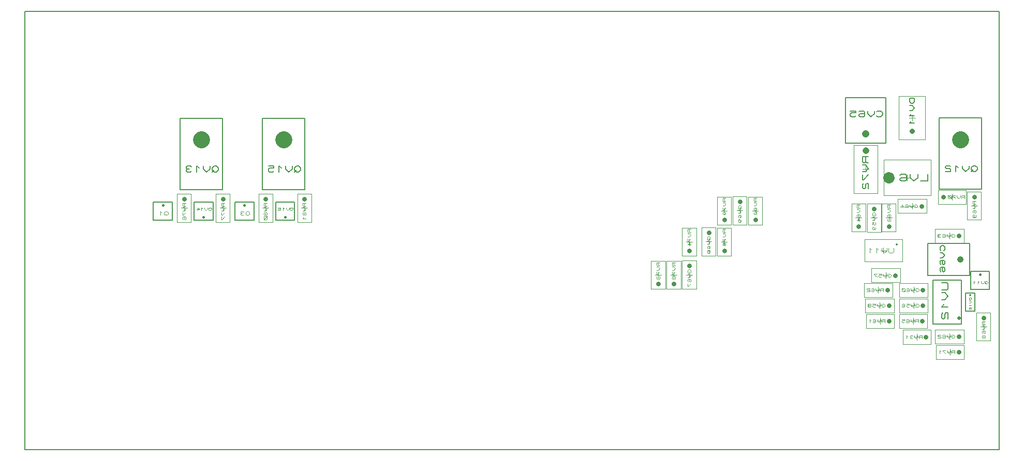
<source format=gbr>
G04 PROTEUS RS274X GERBER FILE*
%FSLAX45Y45*%
%MOMM*%
G01*
%ADD41C,0.203200*%
%ADD105C,0.406400*%
%ADD121C,0.072390*%
%ADD97C,2.794000*%
%ADD112C,0.157050*%
%ADD84C,0.050000*%
%ADD91C,0.843280*%
%ADD122C,0.130000*%
%ADD103C,0.355600*%
%ADD115C,0.057150*%
%ADD85C,1.828800*%
%ADD86C,0.184350*%
%ADD93C,1.219200*%
%ADD111C,0.158110*%
%ADD107C,0.342900*%
%ADD123C,0.122500*%
%ADD99C,0.571500*%
%ADD114C,0.175890*%
%ADD95C,1.120140*%
%ADD11C,1.016000*%
%ADD113C,0.127000*%
%ADD89C,0.721360*%
%ADD110C,0.082770*%
%ADD109C,0.080270*%
%ADD106C,0.096520*%
D41*
X-7429500Y-4254500D02*
X+8509000Y-4254500D01*
X+8509000Y+2921000D01*
X-7429500Y+2921000D01*
X-7429500Y-4254500D01*
X+8041640Y-1630680D02*
X+8351520Y-1630680D01*
X+8351520Y-1338580D01*
X+8041640Y-1338580D01*
X+8041640Y-1630680D01*
D105*
X+8196580Y-1389380D02*
X+8196580Y-1389380D01*
D121*
X+8326882Y-1512951D02*
X+8310595Y-1498473D01*
X+8294307Y-1498473D01*
X+8278019Y-1512951D01*
X+8278019Y-1527429D01*
X+8294307Y-1541907D01*
X+8310595Y-1541907D01*
X+8326882Y-1527429D01*
X+8326882Y-1512951D01*
X+8294307Y-1527429D02*
X+8278019Y-1541907D01*
X+8261731Y-1498473D02*
X+8261731Y-1520190D01*
X+8237300Y-1541907D01*
X+8212868Y-1520190D01*
X+8212868Y-1498473D01*
X+8180293Y-1512951D02*
X+8164005Y-1498473D01*
X+8164005Y-1541907D01*
X+8115142Y-1512951D02*
X+8098854Y-1498473D01*
X+8098854Y-1541907D01*
D41*
X+7524750Y+7620D02*
X+8223250Y+7620D01*
X+8223250Y+1174750D01*
X+7524750Y+1174750D01*
X+7524750Y+7620D01*
D97*
X+7874000Y+825500D02*
X+7874000Y+825500D01*
D112*
X+8156702Y+362416D02*
X+8121365Y+393827D01*
X+8086027Y+393827D01*
X+8050689Y+362416D01*
X+8050689Y+331004D01*
X+8086027Y+299593D01*
X+8121365Y+299593D01*
X+8156702Y+331004D01*
X+8156702Y+362416D01*
X+8086027Y+331004D02*
X+8050689Y+299593D01*
X+8015351Y+393827D02*
X+8015351Y+346710D01*
X+7962345Y+299593D01*
X+7909338Y+346710D01*
X+7909338Y+393827D01*
X+7838663Y+362416D02*
X+7803325Y+393827D01*
X+7803325Y+299593D01*
X+7714981Y+378121D02*
X+7697312Y+393827D01*
X+7644305Y+393827D01*
X+7626636Y+378121D01*
X+7626636Y+362416D01*
X+7644305Y+346710D01*
X+7697312Y+346710D01*
X+7714981Y+331004D01*
X+7714981Y+299593D01*
X+7626636Y+299593D01*
D84*
X+6871600Y+824620D02*
X+6871600Y+1534620D01*
X+7301600Y+1534620D01*
X+7301600Y+824620D01*
X+6871600Y+824620D01*
X+7136600Y+1179620D02*
X+7036600Y+1179620D01*
X+7086600Y+1229620D02*
X+7086600Y+1129620D01*
D91*
X+7086600Y+954620D02*
X+7086600Y+954620D01*
D122*
X+7125602Y+1500958D02*
X+7047599Y+1500958D01*
X+7047599Y+1442457D01*
X+7073600Y+1413206D01*
X+7099601Y+1413206D01*
X+7125602Y+1442457D01*
X+7125602Y+1500958D01*
X+7047599Y+1383955D02*
X+7086600Y+1383955D01*
X+7125602Y+1340079D01*
X+7086600Y+1296203D01*
X+7047599Y+1296203D01*
X+7073600Y+1237702D02*
X+7047599Y+1208451D01*
X+7125602Y+1208451D01*
X+7073600Y+1120699D02*
X+7047599Y+1091448D01*
X+7125602Y+1091448D01*
D41*
X+7964020Y-1992630D02*
X+8114180Y-1992630D01*
X+8114180Y-1694180D01*
X+7964020Y-1694180D01*
X+7964020Y-1992630D01*
D103*
X+8039100Y-1725930D02*
X+8039100Y-1725930D01*
D115*
X+8056245Y-1765300D02*
X+8021955Y-1765300D01*
X+8021955Y-1791017D01*
X+8033385Y-1803876D01*
X+8044815Y-1803876D01*
X+8056245Y-1791017D01*
X+8056245Y-1765300D01*
X+8021955Y-1816735D02*
X+8039100Y-1816735D01*
X+8056245Y-1836023D01*
X+8039100Y-1855311D01*
X+8021955Y-1855311D01*
X+8033385Y-1881028D02*
X+8021955Y-1893887D01*
X+8056245Y-1893887D01*
X+8027670Y-1926034D02*
X+8021955Y-1932463D01*
X+8021955Y-1951751D01*
X+8027670Y-1958181D01*
X+8033385Y-1958181D01*
X+8039100Y-1951751D01*
X+8039100Y-1932463D01*
X+8044815Y-1926034D01*
X+8056245Y-1926034D01*
X+8056245Y-1958181D01*
D84*
X+6620600Y+488120D02*
X+7390600Y+488120D01*
X+7390600Y-91880D01*
X+6620600Y-91880D01*
X+6620600Y+488120D01*
X+7005600Y+148120D02*
X+7005600Y+248120D01*
X+7055600Y+198120D02*
X+6955600Y+198120D01*
D85*
X+6705600Y+198120D02*
X+6705600Y+198120D01*
D86*
X+7343950Y+253426D02*
X+7343950Y+142813D01*
X+7219510Y+142813D01*
X+7178030Y+253426D02*
X+7178030Y+198120D01*
X+7115810Y+142813D01*
X+7053590Y+198120D01*
X+7053590Y+253426D01*
X+6887670Y+234991D02*
X+6908410Y+253426D01*
X+6970630Y+253426D01*
X+6991370Y+234991D01*
X+6991370Y+161248D01*
X+6970630Y+142813D01*
X+6908410Y+142813D01*
X+6887670Y+161248D01*
X+6887670Y+179684D01*
X+6908410Y+198120D01*
X+6991370Y+198120D01*
D41*
X+5996940Y+762220D02*
X+6652260Y+762220D01*
X+6652260Y+1511520D01*
X+5996940Y+1511520D01*
X+5996940Y+762220D01*
D93*
X+6324600Y+914620D02*
X+6324600Y+914620D01*
D111*
X+6502479Y+1211927D02*
X+6520267Y+1196116D01*
X+6573631Y+1196116D01*
X+6609206Y+1227739D01*
X+6609206Y+1259362D01*
X+6573631Y+1290985D01*
X+6520267Y+1290985D01*
X+6502479Y+1275173D01*
X+6466903Y+1290985D02*
X+6466903Y+1243550D01*
X+6413540Y+1196116D01*
X+6360176Y+1243550D01*
X+6360176Y+1290985D01*
X+6217873Y+1275173D02*
X+6235661Y+1290985D01*
X+6289025Y+1290985D01*
X+6306813Y+1275173D01*
X+6306813Y+1211927D01*
X+6289025Y+1196116D01*
X+6235661Y+1196116D01*
X+6217873Y+1211927D01*
X+6217873Y+1227739D01*
X+6235661Y+1243550D01*
X+6306813Y+1243550D01*
X+6075570Y+1290985D02*
X+6164510Y+1290985D01*
X+6164510Y+1259362D01*
X+6093358Y+1259362D01*
X+6075570Y+1243550D01*
X+6075570Y+1211927D01*
X+6093358Y+1196116D01*
X+6146722Y+1196116D01*
X+6164510Y+1211927D01*
D84*
X+6927600Y-1174700D02*
X+6307600Y-1174700D01*
X+6307600Y-814700D01*
X+6927600Y-814700D01*
X+6927600Y-1174700D01*
X+6617600Y-944700D02*
X+6617600Y-1044700D01*
X+6567600Y-994700D02*
X+6667600Y-994700D01*
D107*
X+6832600Y-897200D02*
X+6832600Y-897200D01*
D123*
X+6780792Y-957948D02*
X+6780792Y-1019202D01*
X+6767010Y-1031453D01*
X+6711882Y-1031453D01*
X+6698100Y-1019202D01*
X+6698100Y-957948D01*
X+6670535Y-957948D02*
X+6670535Y-994700D01*
X+6629189Y-1031453D01*
X+6587843Y-994700D01*
X+6587843Y-957948D01*
X+6532714Y-982450D02*
X+6505150Y-957948D01*
X+6505150Y-1031453D01*
X+6422457Y-982450D02*
X+6394893Y-957948D01*
X+6394893Y-1031453D01*
D41*
X+7424420Y-2202180D02*
X+7891780Y-2202180D01*
X+7891780Y-1478280D01*
X+7424420Y-1478280D01*
X+7424420Y-2202180D01*
D99*
X+7848600Y-2100580D02*
X+7848600Y-2100580D01*
D114*
X+7569454Y-1523620D02*
X+7657402Y-1523620D01*
X+7674991Y-1543408D01*
X+7674991Y-1622560D01*
X+7657402Y-1642348D01*
X+7569454Y-1642348D01*
X+7569454Y-1681925D02*
X+7622223Y-1681925D01*
X+7674991Y-1741289D01*
X+7622223Y-1800653D01*
X+7569454Y-1800653D01*
X+7604633Y-1879806D02*
X+7569454Y-1919382D01*
X+7674991Y-1919382D01*
X+7587044Y-2018323D02*
X+7569454Y-2038111D01*
X+7569454Y-2097475D01*
X+7587044Y-2117263D01*
X+7604633Y-2117263D01*
X+7622223Y-2097475D01*
X+7622223Y-2038111D01*
X+7639812Y-2018323D01*
X+7674991Y-2018323D01*
X+7674991Y-2117263D01*
D84*
X+6519600Y+732620D02*
X+6519600Y-57380D01*
X+6129600Y-57380D01*
X+6129600Y+732620D01*
X+6519600Y+732620D01*
X+6274600Y+337620D02*
X+6374600Y+337620D01*
X+6324600Y+287620D02*
X+6324600Y+387620D01*
D95*
X+6324600Y+642620D02*
X+6324600Y+642620D01*
D112*
X+6371563Y+545143D02*
X+6277637Y+545143D01*
X+6277637Y+457088D01*
X+6293291Y+439477D01*
X+6308946Y+439477D01*
X+6324600Y+457088D01*
X+6324600Y+545143D01*
X+6324600Y+457088D02*
X+6340254Y+439477D01*
X+6371563Y+439477D01*
X+6277637Y+404255D02*
X+6324600Y+404255D01*
X+6371563Y+351422D01*
X+6324600Y+298589D01*
X+6277637Y+298589D01*
X+6277637Y+245756D02*
X+6277637Y+157701D01*
X+6293291Y+157701D01*
X+6371563Y+245756D01*
X+6293291Y+104868D02*
X+6277637Y+87257D01*
X+6277637Y+34424D01*
X+6293291Y+16813D01*
X+6308946Y+16813D01*
X+6324600Y+34424D01*
X+6324600Y+87257D01*
X+6340254Y+104868D01*
X+6371563Y+104868D01*
X+6371563Y+16813D01*
D41*
X+7340600Y-1407160D02*
X+8026400Y-1407160D01*
X+8026400Y-878840D01*
X+7340600Y-878840D01*
X+7340600Y-1407160D01*
D11*
X+7874000Y-1143000D02*
X+7874000Y-1143000D01*
D113*
X+7607300Y-1000125D02*
X+7620000Y-985837D01*
X+7620000Y-942975D01*
X+7594600Y-914400D01*
X+7569200Y-914400D01*
X+7543800Y-942975D01*
X+7543800Y-985837D01*
X+7556500Y-1000125D01*
X+7543800Y-1028700D02*
X+7581900Y-1028700D01*
X+7620000Y-1071562D01*
X+7581900Y-1114425D01*
X+7543800Y-1114425D01*
X+7556500Y-1228725D02*
X+7543800Y-1214437D01*
X+7543800Y-1171575D01*
X+7556500Y-1157287D01*
X+7607300Y-1157287D01*
X+7620000Y-1171575D01*
X+7620000Y-1214437D01*
X+7607300Y-1228725D01*
X+7594600Y-1228725D01*
X+7581900Y-1214437D01*
X+7581900Y-1157287D01*
X+7556500Y-1343025D02*
X+7543800Y-1328737D01*
X+7543800Y-1285875D01*
X+7556500Y-1271587D01*
X+7607300Y-1271587D01*
X+7620000Y-1285875D01*
X+7620000Y-1328737D01*
X+7607300Y-1343025D01*
X+7594600Y-1343025D01*
X+7581900Y-1328737D01*
X+7581900Y-1271587D01*
D84*
X+7933600Y-869380D02*
X+7463600Y-869380D01*
X+7463600Y-639380D01*
X+7933600Y-639380D01*
X+7933600Y-869380D01*
X+7698600Y-704380D02*
X+7698600Y-804380D01*
X+7648600Y-754380D02*
X+7748600Y-754380D01*
D89*
X+7848600Y-754380D02*
X+7848600Y-754380D01*
D110*
X+7729941Y-770936D02*
X+7739254Y-779214D01*
X+7767191Y-779214D01*
X+7785816Y-762658D01*
X+7785816Y-746103D01*
X+7767191Y-729547D01*
X+7739254Y-729547D01*
X+7729941Y-737825D01*
X+7711316Y-729547D02*
X+7711316Y-754380D01*
X+7683379Y-779214D01*
X+7655441Y-754380D01*
X+7655441Y-729547D01*
X+7580941Y-737825D02*
X+7590254Y-729547D01*
X+7618191Y-729547D01*
X+7627504Y-737825D01*
X+7627504Y-770936D01*
X+7618191Y-779214D01*
X+7590254Y-779214D01*
X+7580941Y-770936D01*
X+7580941Y-762658D01*
X+7590254Y-754380D01*
X+7627504Y-754380D01*
X+7553004Y-737825D02*
X+7543691Y-729547D01*
X+7515754Y-729547D01*
X+7506441Y-737825D01*
X+7506441Y-746103D01*
X+7515754Y-754380D01*
X+7506441Y-762658D01*
X+7506441Y-770936D01*
X+7515754Y-779214D01*
X+7543691Y-779214D01*
X+7553004Y-770936D01*
X+7534379Y-754380D02*
X+7515754Y-754380D01*
D84*
X+6790600Y-2266380D02*
X+6330600Y-2266380D01*
X+6330600Y-2036380D01*
X+6790600Y-2036380D01*
X+6790600Y-2266380D01*
X+6560600Y-2101380D02*
X+6560600Y-2201380D01*
X+6510600Y-2151380D02*
X+6610600Y-2151380D01*
D89*
X+6705600Y-2151380D02*
X+6705600Y-2151380D01*
D109*
X+6643316Y-2175464D02*
X+6643316Y-2127297D01*
X+6598160Y-2127297D01*
X+6589129Y-2135325D01*
X+6589129Y-2143353D01*
X+6598160Y-2151380D01*
X+6643316Y-2151380D01*
X+6598160Y-2151380D02*
X+6589129Y-2159408D01*
X+6589129Y-2175464D01*
X+6571066Y-2127297D02*
X+6571066Y-2151380D01*
X+6543973Y-2175464D01*
X+6516879Y-2151380D01*
X+6516879Y-2127297D01*
X+6444629Y-2135325D02*
X+6453660Y-2127297D01*
X+6480754Y-2127297D01*
X+6489785Y-2135325D01*
X+6489785Y-2167436D01*
X+6480754Y-2175464D01*
X+6453660Y-2175464D01*
X+6444629Y-2167436D01*
X+6444629Y-2159408D01*
X+6453660Y-2151380D01*
X+6489785Y-2151380D01*
X+6408504Y-2143353D02*
X+6390441Y-2127297D01*
X+6390441Y-2175464D01*
D84*
X+6763100Y-1758380D02*
X+6303100Y-1758380D01*
X+6303100Y-1528380D01*
X+6763100Y-1528380D01*
X+6763100Y-1758380D01*
X+6533100Y-1593380D02*
X+6533100Y-1693380D01*
X+6483100Y-1643380D02*
X+6583100Y-1643380D01*
D89*
X+6678100Y-1643380D02*
X+6678100Y-1643380D01*
D109*
X+6615816Y-1667464D02*
X+6615816Y-1619297D01*
X+6570660Y-1619297D01*
X+6561629Y-1627325D01*
X+6561629Y-1635353D01*
X+6570660Y-1643380D01*
X+6615816Y-1643380D01*
X+6570660Y-1643380D02*
X+6561629Y-1651408D01*
X+6561629Y-1667464D01*
X+6543566Y-1619297D02*
X+6543566Y-1643380D01*
X+6516473Y-1667464D01*
X+6489379Y-1643380D01*
X+6489379Y-1619297D01*
X+6417129Y-1627325D02*
X+6426160Y-1619297D01*
X+6453254Y-1619297D01*
X+6462285Y-1627325D01*
X+6462285Y-1659436D01*
X+6453254Y-1667464D01*
X+6426160Y-1667464D01*
X+6417129Y-1659436D01*
X+6417129Y-1651408D01*
X+6426160Y-1643380D01*
X+6462285Y-1643380D01*
X+6390035Y-1627325D02*
X+6381004Y-1619297D01*
X+6353910Y-1619297D01*
X+6344879Y-1627325D01*
X+6344879Y-1635353D01*
X+6353910Y-1643380D01*
X+6381004Y-1643380D01*
X+6390035Y-1651408D01*
X+6390035Y-1667464D01*
X+6344879Y-1667464D01*
D84*
X+6590600Y-684880D02*
X+6590600Y-224880D01*
X+6820600Y-224880D01*
X+6820600Y-684880D01*
X+6590600Y-684880D01*
X+6755600Y-454880D02*
X+6655600Y-454880D01*
X+6705600Y-404880D02*
X+6705600Y-504880D01*
D89*
X+6705600Y-599880D02*
X+6705600Y-599880D01*
D109*
X+6729684Y-248596D02*
X+6681517Y-248596D01*
X+6681517Y-293752D01*
X+6689545Y-302783D01*
X+6697573Y-302783D01*
X+6705600Y-293752D01*
X+6705600Y-248596D01*
X+6705600Y-293752D02*
X+6713628Y-302783D01*
X+6729684Y-302783D01*
X+6681517Y-320846D02*
X+6705600Y-320846D01*
X+6729684Y-347939D01*
X+6705600Y-375033D01*
X+6681517Y-375033D01*
X+6689545Y-447283D02*
X+6681517Y-438252D01*
X+6681517Y-411158D01*
X+6689545Y-402127D01*
X+6721656Y-402127D01*
X+6729684Y-411158D01*
X+6729684Y-438252D01*
X+6721656Y-447283D01*
X+6713628Y-447283D01*
X+6705600Y-438252D01*
X+6705600Y-402127D01*
X+6689545Y-474377D02*
X+6681517Y-483408D01*
X+6681517Y-510502D01*
X+6689545Y-519533D01*
X+6697573Y-519533D01*
X+6705600Y-510502D01*
X+6713628Y-519533D01*
X+6721656Y-519533D01*
X+6729684Y-510502D01*
X+6729684Y-483408D01*
X+6721656Y-474377D01*
X+6705600Y-492439D02*
X+6705600Y-510502D01*
D84*
X+6095300Y-684880D02*
X+6095300Y-224880D01*
X+6325300Y-224880D01*
X+6325300Y-684880D01*
X+6095300Y-684880D01*
X+6260300Y-454880D02*
X+6160300Y-454880D01*
X+6210300Y-404880D02*
X+6210300Y-504880D01*
D89*
X+6210300Y-599880D02*
X+6210300Y-599880D01*
D109*
X+6234384Y-248596D02*
X+6186217Y-248596D01*
X+6186217Y-293752D01*
X+6194245Y-302783D01*
X+6202273Y-302783D01*
X+6210300Y-293752D01*
X+6210300Y-248596D01*
X+6210300Y-293752D02*
X+6218328Y-302783D01*
X+6234384Y-302783D01*
X+6186217Y-320846D02*
X+6210300Y-320846D01*
X+6234384Y-347939D01*
X+6210300Y-375033D01*
X+6186217Y-375033D01*
X+6194245Y-447283D02*
X+6186217Y-438252D01*
X+6186217Y-411158D01*
X+6194245Y-402127D01*
X+6226356Y-402127D01*
X+6234384Y-411158D01*
X+6234384Y-438252D01*
X+6226356Y-447283D01*
X+6218328Y-447283D01*
X+6210300Y-438252D01*
X+6210300Y-402127D01*
X+6218328Y-519533D02*
X+6218328Y-465346D01*
X+6186217Y-501471D01*
X+6234384Y-501471D01*
D84*
X+7334600Y-2266380D02*
X+6874600Y-2266380D01*
X+6874600Y-2036380D01*
X+7334600Y-2036380D01*
X+7334600Y-2266380D01*
X+7104600Y-2101380D02*
X+7104600Y-2201380D01*
X+7054600Y-2151380D02*
X+7154600Y-2151380D01*
D89*
X+7249600Y-2151380D02*
X+7249600Y-2151380D01*
D109*
X+7187316Y-2175464D02*
X+7187316Y-2127297D01*
X+7142160Y-2127297D01*
X+7133129Y-2135325D01*
X+7133129Y-2143353D01*
X+7142160Y-2151380D01*
X+7187316Y-2151380D01*
X+7142160Y-2151380D02*
X+7133129Y-2159408D01*
X+7133129Y-2175464D01*
X+7115066Y-2127297D02*
X+7115066Y-2151380D01*
X+7087973Y-2175464D01*
X+7060879Y-2151380D01*
X+7060879Y-2127297D01*
X+6988629Y-2135325D02*
X+6997660Y-2127297D01*
X+7024754Y-2127297D01*
X+7033785Y-2135325D01*
X+7033785Y-2167436D01*
X+7024754Y-2175464D01*
X+6997660Y-2175464D01*
X+6988629Y-2167436D01*
X+6988629Y-2159408D01*
X+6997660Y-2151380D01*
X+7033785Y-2151380D01*
X+6916379Y-2127297D02*
X+6961535Y-2127297D01*
X+6961535Y-2143353D01*
X+6925410Y-2143353D01*
X+6916379Y-2151380D01*
X+6916379Y-2167436D01*
X+6925410Y-2175464D01*
X+6952504Y-2175464D01*
X+6961535Y-2167436D01*
D84*
X+8370000Y-2010500D02*
X+8370000Y-2470500D01*
X+8140000Y-2470500D01*
X+8140000Y-2010500D01*
X+8370000Y-2010500D01*
X+8205000Y-2240500D02*
X+8305000Y-2240500D01*
X+8255000Y-2290500D02*
X+8255000Y-2190500D01*
D89*
X+8255000Y-2095500D02*
X+8255000Y-2095500D01*
D109*
X+8279084Y-2157784D02*
X+8230917Y-2157784D01*
X+8230917Y-2202940D01*
X+8238945Y-2211971D01*
X+8246973Y-2211971D01*
X+8255000Y-2202940D01*
X+8255000Y-2157784D01*
X+8255000Y-2202940D02*
X+8263028Y-2211971D01*
X+8279084Y-2211971D01*
X+8230917Y-2230034D02*
X+8255000Y-2230034D01*
X+8279084Y-2257127D01*
X+8255000Y-2284221D01*
X+8230917Y-2284221D01*
X+8238945Y-2356471D02*
X+8230917Y-2347440D01*
X+8230917Y-2320346D01*
X+8238945Y-2311315D01*
X+8271056Y-2311315D01*
X+8279084Y-2320346D01*
X+8279084Y-2347440D01*
X+8271056Y-2356471D01*
X+8263028Y-2356471D01*
X+8255000Y-2347440D01*
X+8255000Y-2311315D01*
X+8255000Y-2392596D02*
X+8246973Y-2383565D01*
X+8238945Y-2383565D01*
X+8230917Y-2392596D01*
X+8230917Y-2419690D01*
X+8238945Y-2428721D01*
X+8246973Y-2428721D01*
X+8255000Y-2419690D01*
X+8255000Y-2392596D01*
X+8263028Y-2383565D01*
X+8271056Y-2383565D01*
X+8279084Y-2392596D01*
X+8279084Y-2419690D01*
X+8271056Y-2428721D01*
X+8263028Y-2428721D01*
X+8255000Y-2419690D01*
D84*
X+7933600Y-2520380D02*
X+7463600Y-2520380D01*
X+7463600Y-2290380D01*
X+7933600Y-2290380D01*
X+7933600Y-2520380D01*
X+7698600Y-2355380D02*
X+7698600Y-2455380D01*
X+7648600Y-2405380D02*
X+7748600Y-2405380D01*
D89*
X+7848600Y-2405380D02*
X+7848600Y-2405380D01*
D110*
X+7729941Y-2421936D02*
X+7739254Y-2430214D01*
X+7767191Y-2430214D01*
X+7785816Y-2413658D01*
X+7785816Y-2397103D01*
X+7767191Y-2380547D01*
X+7739254Y-2380547D01*
X+7729941Y-2388825D01*
X+7711316Y-2380547D02*
X+7711316Y-2405380D01*
X+7683379Y-2430214D01*
X+7655441Y-2405380D01*
X+7655441Y-2380547D01*
X+7580941Y-2388825D02*
X+7590254Y-2380547D01*
X+7618191Y-2380547D01*
X+7627504Y-2388825D01*
X+7627504Y-2421936D01*
X+7618191Y-2430214D01*
X+7590254Y-2430214D01*
X+7580941Y-2421936D01*
X+7580941Y-2413658D01*
X+7590254Y-2405380D01*
X+7627504Y-2405380D01*
X+7553004Y-2388825D02*
X+7543691Y-2380547D01*
X+7515754Y-2380547D01*
X+7506441Y-2388825D01*
X+7506441Y-2397103D01*
X+7515754Y-2405380D01*
X+7543691Y-2405380D01*
X+7553004Y-2413658D01*
X+7553004Y-2430214D01*
X+7506441Y-2430214D01*
D84*
X+7324000Y-381700D02*
X+6854000Y-381700D01*
X+6854000Y-151700D01*
X+7324000Y-151700D01*
X+7324000Y-381700D01*
X+7089000Y-216700D02*
X+7089000Y-316700D01*
X+7039000Y-266700D02*
X+7139000Y-266700D01*
D89*
X+7239000Y-266700D02*
X+7239000Y-266700D01*
D110*
X+7120341Y-283256D02*
X+7129654Y-291534D01*
X+7157591Y-291534D01*
X+7176216Y-274978D01*
X+7176216Y-258423D01*
X+7157591Y-241867D01*
X+7129654Y-241867D01*
X+7120341Y-250145D01*
X+7101716Y-241867D02*
X+7101716Y-266700D01*
X+7073779Y-291534D01*
X+7045841Y-266700D01*
X+7045841Y-241867D01*
X+6971341Y-250145D02*
X+6980654Y-241867D01*
X+7008591Y-241867D01*
X+7017904Y-250145D01*
X+7017904Y-283256D01*
X+7008591Y-291534D01*
X+6980654Y-291534D01*
X+6971341Y-283256D01*
X+6971341Y-274978D01*
X+6980654Y-266700D01*
X+7017904Y-266700D01*
X+6896841Y-274978D02*
X+6952716Y-274978D01*
X+6915466Y-241867D01*
X+6915466Y-291534D01*
D84*
X+8217600Y-34380D02*
X+8217600Y-494380D01*
X+7987600Y-494380D01*
X+7987600Y-34380D01*
X+8217600Y-34380D01*
X+8052600Y-264380D02*
X+8152600Y-264380D01*
X+8102600Y-314380D02*
X+8102600Y-214380D01*
D89*
X+8102600Y-119380D02*
X+8102600Y-119380D01*
D109*
X+8126684Y-181664D02*
X+8078517Y-181664D01*
X+8078517Y-226820D01*
X+8086545Y-235851D01*
X+8094573Y-235851D01*
X+8102600Y-226820D01*
X+8102600Y-181664D01*
X+8102600Y-226820D02*
X+8110628Y-235851D01*
X+8126684Y-235851D01*
X+8078517Y-253914D02*
X+8102600Y-253914D01*
X+8126684Y-281007D01*
X+8102600Y-308101D01*
X+8078517Y-308101D01*
X+8086545Y-380351D02*
X+8078517Y-371320D01*
X+8078517Y-344226D01*
X+8086545Y-335195D01*
X+8118656Y-335195D01*
X+8126684Y-344226D01*
X+8126684Y-371320D01*
X+8118656Y-380351D01*
X+8110628Y-380351D01*
X+8102600Y-371320D01*
X+8102600Y-335195D01*
X+8094573Y-452601D02*
X+8102600Y-443570D01*
X+8102600Y-416476D01*
X+8094573Y-407445D01*
X+8086545Y-407445D01*
X+8078517Y-416476D01*
X+8078517Y-443570D01*
X+8086545Y-452601D01*
X+8118656Y-452601D01*
X+8126684Y-443570D01*
X+8126684Y-416476D01*
D84*
X+7509600Y-4380D02*
X+7969600Y-4380D01*
X+7969600Y-234380D01*
X+7509600Y-234380D01*
X+7509600Y-4380D01*
X+7739600Y-169380D02*
X+7739600Y-69380D01*
X+7789600Y-119380D02*
X+7689600Y-119380D01*
D89*
X+7594600Y-119380D02*
X+7594600Y-119380D01*
D109*
X+7945884Y-143464D02*
X+7945884Y-95297D01*
X+7900728Y-95297D01*
X+7891697Y-103325D01*
X+7891697Y-111353D01*
X+7900728Y-119380D01*
X+7945884Y-119380D01*
X+7900728Y-119380D02*
X+7891697Y-127408D01*
X+7891697Y-143464D01*
X+7873634Y-95297D02*
X+7873634Y-119380D01*
X+7846541Y-143464D01*
X+7819447Y-119380D01*
X+7819447Y-95297D01*
X+7792353Y-95297D02*
X+7747197Y-95297D01*
X+7747197Y-103325D01*
X+7792353Y-143464D01*
X+7729134Y-135436D02*
X+7729134Y-103325D01*
X+7720103Y-95297D01*
X+7683978Y-95297D01*
X+7674947Y-103325D01*
X+7674947Y-135436D01*
X+7683978Y-143464D01*
X+7720103Y-143464D01*
X+7729134Y-135436D01*
X+7729134Y-143464D02*
X+7674947Y-95297D01*
D84*
X+7933600Y-2774380D02*
X+7473600Y-2774380D01*
X+7473600Y-2544380D01*
X+7933600Y-2544380D01*
X+7933600Y-2774380D01*
X+7703600Y-2609380D02*
X+7703600Y-2709380D01*
X+7653600Y-2659380D02*
X+7753600Y-2659380D01*
D89*
X+7848600Y-2659380D02*
X+7848600Y-2659380D01*
D109*
X+7786316Y-2683464D02*
X+7786316Y-2635297D01*
X+7741160Y-2635297D01*
X+7732129Y-2643325D01*
X+7732129Y-2651353D01*
X+7741160Y-2659380D01*
X+7786316Y-2659380D01*
X+7741160Y-2659380D02*
X+7732129Y-2667408D01*
X+7732129Y-2683464D01*
X+7714066Y-2635297D02*
X+7714066Y-2659380D01*
X+7686973Y-2683464D01*
X+7659879Y-2659380D01*
X+7659879Y-2635297D01*
X+7632785Y-2635297D02*
X+7587629Y-2635297D01*
X+7587629Y-2643325D01*
X+7632785Y-2683464D01*
X+7551504Y-2651353D02*
X+7533441Y-2635297D01*
X+7533441Y-2683464D01*
D84*
X+6579300Y-224880D02*
X+6579300Y-694880D01*
X+6349300Y-694880D01*
X+6349300Y-224880D01*
X+6579300Y-224880D01*
X+6414300Y-459880D02*
X+6514300Y-459880D01*
X+6464300Y-509880D02*
X+6464300Y-409880D01*
D89*
X+6464300Y-309880D02*
X+6464300Y-309880D01*
D110*
X+6480856Y-428539D02*
X+6489134Y-419226D01*
X+6489134Y-391289D01*
X+6472578Y-372664D01*
X+6456023Y-372664D01*
X+6439467Y-391289D01*
X+6439467Y-419226D01*
X+6447745Y-428539D01*
X+6439467Y-447164D02*
X+6464300Y-447164D01*
X+6489134Y-475101D01*
X+6464300Y-503039D01*
X+6439467Y-503039D01*
X+6439467Y-577539D02*
X+6439467Y-530976D01*
X+6456023Y-530976D01*
X+6456023Y-568226D01*
X+6464300Y-577539D01*
X+6480856Y-577539D01*
X+6489134Y-568226D01*
X+6489134Y-540289D01*
X+6480856Y-530976D01*
X+6456023Y-652039D02*
X+6464300Y-642726D01*
X+6464300Y-614789D01*
X+6456023Y-605476D01*
X+6447745Y-605476D01*
X+6439467Y-614789D01*
X+6439467Y-642726D01*
X+6447745Y-652039D01*
X+6480856Y-652039D01*
X+6489134Y-642726D01*
X+6489134Y-614789D01*
D84*
X+6892200Y-1517080D02*
X+6422200Y-1517080D01*
X+6422200Y-1287080D01*
X+6892200Y-1287080D01*
X+6892200Y-1517080D01*
X+6657200Y-1352080D02*
X+6657200Y-1452080D01*
X+6607200Y-1402080D02*
X+6707200Y-1402080D01*
D89*
X+6807200Y-1402080D02*
X+6807200Y-1402080D01*
D110*
X+6688541Y-1418636D02*
X+6697854Y-1426914D01*
X+6725791Y-1426914D01*
X+6744416Y-1410358D01*
X+6744416Y-1393803D01*
X+6725791Y-1377247D01*
X+6697854Y-1377247D01*
X+6688541Y-1385525D01*
X+6669916Y-1377247D02*
X+6669916Y-1402080D01*
X+6641979Y-1426914D01*
X+6614041Y-1402080D01*
X+6614041Y-1377247D01*
X+6539541Y-1377247D02*
X+6586104Y-1377247D01*
X+6586104Y-1393803D01*
X+6548854Y-1393803D01*
X+6539541Y-1402080D01*
X+6539541Y-1418636D01*
X+6548854Y-1426914D01*
X+6576791Y-1426914D01*
X+6586104Y-1418636D01*
X+6511604Y-1377247D02*
X+6465041Y-1377247D01*
X+6465041Y-1385525D01*
X+6511604Y-1426914D01*
D84*
X+7344600Y-1758380D02*
X+6874600Y-1758380D01*
X+6874600Y-1528380D01*
X+7344600Y-1528380D01*
X+7344600Y-1758380D01*
X+7109600Y-1593380D02*
X+7109600Y-1693380D01*
X+7059600Y-1643380D02*
X+7159600Y-1643380D01*
D89*
X+7259600Y-1643380D02*
X+7259600Y-1643380D01*
D110*
X+7140941Y-1659936D02*
X+7150254Y-1668214D01*
X+7178191Y-1668214D01*
X+7196816Y-1651658D01*
X+7196816Y-1635103D01*
X+7178191Y-1618547D01*
X+7150254Y-1618547D01*
X+7140941Y-1626825D01*
X+7122316Y-1618547D02*
X+7122316Y-1643380D01*
X+7094379Y-1668214D01*
X+7066441Y-1643380D01*
X+7066441Y-1618547D01*
X+6991941Y-1626825D02*
X+7001254Y-1618547D01*
X+7029191Y-1618547D01*
X+7038504Y-1626825D01*
X+7038504Y-1659936D01*
X+7029191Y-1668214D01*
X+7001254Y-1668214D01*
X+6991941Y-1659936D01*
X+6991941Y-1651658D01*
X+7001254Y-1643380D01*
X+7038504Y-1643380D01*
X+6973316Y-1659936D02*
X+6973316Y-1626825D01*
X+6964004Y-1618547D01*
X+6926754Y-1618547D01*
X+6917441Y-1626825D01*
X+6917441Y-1659936D01*
X+6926754Y-1668214D01*
X+6964004Y-1668214D01*
X+6973316Y-1659936D01*
X+6973316Y-1668214D02*
X+6917441Y-1618547D01*
D84*
X+7344600Y-2012380D02*
X+6874600Y-2012380D01*
X+6874600Y-1782380D01*
X+7344600Y-1782380D01*
X+7344600Y-2012380D01*
X+7109600Y-1847380D02*
X+7109600Y-1947380D01*
X+7059600Y-1897380D02*
X+7159600Y-1897380D01*
D89*
X+7259600Y-1897380D02*
X+7259600Y-1897380D01*
D110*
X+7140941Y-1913936D02*
X+7150254Y-1922214D01*
X+7178191Y-1922214D01*
X+7196816Y-1905658D01*
X+7196816Y-1889103D01*
X+7178191Y-1872547D01*
X+7150254Y-1872547D01*
X+7140941Y-1880825D01*
X+7122316Y-1872547D02*
X+7122316Y-1897380D01*
X+7094379Y-1922214D01*
X+7066441Y-1897380D01*
X+7066441Y-1872547D01*
X+6991941Y-1872547D02*
X+7038504Y-1872547D01*
X+7038504Y-1889103D01*
X+7001254Y-1889103D01*
X+6991941Y-1897380D01*
X+6991941Y-1913936D01*
X+7001254Y-1922214D01*
X+7029191Y-1922214D01*
X+7038504Y-1913936D01*
X+6917441Y-1880825D02*
X+6926754Y-1872547D01*
X+6954691Y-1872547D01*
X+6964004Y-1880825D01*
X+6964004Y-1913936D01*
X+6954691Y-1922214D01*
X+6926754Y-1922214D01*
X+6917441Y-1913936D01*
X+6917441Y-1905658D01*
X+6926754Y-1897380D01*
X+6964004Y-1897380D01*
D84*
X+6790600Y-2012380D02*
X+6320600Y-2012380D01*
X+6320600Y-1782380D01*
X+6790600Y-1782380D01*
X+6790600Y-2012380D01*
X+6555600Y-1847380D02*
X+6555600Y-1947380D01*
X+6505600Y-1897380D02*
X+6605600Y-1897380D01*
D89*
X+6705600Y-1897380D02*
X+6705600Y-1897380D01*
D110*
X+6586941Y-1913936D02*
X+6596254Y-1922214D01*
X+6624191Y-1922214D01*
X+6642816Y-1905658D01*
X+6642816Y-1889103D01*
X+6624191Y-1872547D01*
X+6596254Y-1872547D01*
X+6586941Y-1880825D01*
X+6568316Y-1872547D02*
X+6568316Y-1897380D01*
X+6540379Y-1922214D01*
X+6512441Y-1897380D01*
X+6512441Y-1872547D01*
X+6437941Y-1872547D02*
X+6484504Y-1872547D01*
X+6484504Y-1889103D01*
X+6447254Y-1889103D01*
X+6437941Y-1897380D01*
X+6437941Y-1913936D01*
X+6447254Y-1922214D01*
X+6475191Y-1922214D01*
X+6484504Y-1913936D01*
X+6400691Y-1897380D02*
X+6410004Y-1889103D01*
X+6410004Y-1880825D01*
X+6400691Y-1872547D01*
X+6372754Y-1872547D01*
X+6363441Y-1880825D01*
X+6363441Y-1889103D01*
X+6372754Y-1897380D01*
X+6400691Y-1897380D01*
X+6410004Y-1905658D01*
X+6410004Y-1913936D01*
X+6400691Y-1922214D01*
X+6372754Y-1922214D01*
X+6363441Y-1913936D01*
X+6363441Y-1905658D01*
X+6372754Y-1897380D01*
D41*
X-4895850Y+0D02*
X-4197350Y+0D01*
X-4197350Y+1167130D01*
X-4895850Y+1167130D01*
X-4895850Y+0D01*
D97*
X-4546600Y+817880D02*
X-4546600Y+817880D01*
D112*
X-4263898Y+354796D02*
X-4299235Y+386207D01*
X-4334573Y+386207D01*
X-4369911Y+354796D01*
X-4369911Y+323384D01*
X-4334573Y+291973D01*
X-4299235Y+291973D01*
X-4263898Y+323384D01*
X-4263898Y+354796D01*
X-4334573Y+323384D02*
X-4369911Y+291973D01*
X-4405249Y+386207D02*
X-4405249Y+339090D01*
X-4458255Y+291973D01*
X-4511262Y+339090D01*
X-4511262Y+386207D01*
X-4581937Y+354796D02*
X-4617275Y+386207D01*
X-4617275Y+291973D01*
X-4705619Y+370501D02*
X-4723288Y+386207D01*
X-4776295Y+386207D01*
X-4793964Y+370501D01*
X-4793964Y+354796D01*
X-4776295Y+339090D01*
X-4793964Y+323384D01*
X-4793964Y+307679D01*
X-4776295Y+291973D01*
X-4723288Y+291973D01*
X-4705619Y+307679D01*
X-4740957Y+339090D02*
X-4776295Y+339090D01*
D41*
X-3549650Y+0D02*
X-2851150Y+0D01*
X-2851150Y+1167130D01*
X-3549650Y+1167130D01*
X-3549650Y+0D01*
D97*
X-3200400Y+817880D02*
X-3200400Y+817880D01*
D112*
X-2917698Y+354796D02*
X-2953035Y+386207D01*
X-2988373Y+386207D01*
X-3023711Y+354796D01*
X-3023711Y+323384D01*
X-2988373Y+291973D01*
X-2953035Y+291973D01*
X-2917698Y+323384D01*
X-2917698Y+354796D01*
X-2988373Y+323384D02*
X-3023711Y+291973D01*
X-3059049Y+386207D02*
X-3059049Y+339090D01*
X-3112055Y+291973D01*
X-3165062Y+339090D01*
X-3165062Y+386207D01*
X-3235737Y+354796D02*
X-3271075Y+386207D01*
X-3271075Y+291973D01*
X-3447764Y+386207D02*
X-3359419Y+386207D01*
X-3359419Y+354796D01*
X-3430095Y+354796D01*
X-3447764Y+339090D01*
X-3447764Y+307679D01*
X-3430095Y+291973D01*
X-3377088Y+291973D01*
X-3359419Y+307679D01*
D41*
X-5328920Y-495300D02*
X-5019040Y-495300D01*
X-5019040Y-203200D01*
X-5328920Y-203200D01*
X-5328920Y-495300D01*
D105*
X-5173980Y-254000D02*
X-5173980Y-254000D01*
D106*
X-5087112Y-375158D02*
X-5108829Y-355854D01*
X-5130546Y-355854D01*
X-5152263Y-375158D01*
X-5152263Y-394462D01*
X-5130546Y-413766D01*
X-5108829Y-413766D01*
X-5087112Y-394462D01*
X-5087112Y-375158D01*
X-5130546Y-394462D02*
X-5152263Y-413766D01*
X-5195697Y-375158D02*
X-5217414Y-355854D01*
X-5217414Y-413766D01*
D41*
X-3995420Y-495300D02*
X-3685540Y-495300D01*
X-3685540Y-203200D01*
X-3995420Y-203200D01*
X-3995420Y-495300D01*
D105*
X-3840480Y-254000D02*
X-3840480Y-254000D01*
D106*
X-3753612Y-375158D02*
X-3775329Y-355854D01*
X-3797046Y-355854D01*
X-3818763Y-375158D01*
X-3818763Y-394462D01*
X-3797046Y-413766D01*
X-3775329Y-413766D01*
X-3753612Y-394462D01*
X-3753612Y-375158D01*
X-3797046Y-394462D02*
X-3818763Y-413766D01*
X-3851338Y-365506D02*
X-3862197Y-355854D01*
X-3894772Y-355854D01*
X-3905631Y-365506D01*
X-3905631Y-375158D01*
X-3894772Y-384810D01*
X-3905631Y-394462D01*
X-3905631Y-404114D01*
X-3894772Y-413766D01*
X-3862197Y-413766D01*
X-3851338Y-404114D01*
X-3873055Y-384810D02*
X-3894772Y-384810D01*
D41*
X-4663440Y-495300D02*
X-4353560Y-495300D01*
X-4353560Y-203200D01*
X-4663440Y-203200D01*
X-4663440Y-495300D01*
D105*
X-4508500Y-444500D02*
X-4508500Y-444500D01*
D121*
X-4378198Y-306451D02*
X-4394485Y-291973D01*
X-4410773Y-291973D01*
X-4427061Y-306451D01*
X-4427061Y-320929D01*
X-4410773Y-335407D01*
X-4394485Y-335407D01*
X-4378198Y-320929D01*
X-4378198Y-306451D01*
X-4410773Y-320929D02*
X-4427061Y-335407D01*
X-4443349Y-291973D02*
X-4443349Y-313690D01*
X-4467780Y-335407D01*
X-4492212Y-313690D01*
X-4492212Y-291973D01*
X-4524787Y-306451D02*
X-4541075Y-291973D01*
X-4541075Y-335407D01*
X-4622514Y-320929D02*
X-4573651Y-320929D01*
X-4606226Y-291973D01*
X-4606226Y-335407D01*
D41*
X-3329940Y-495300D02*
X-3020060Y-495300D01*
X-3020060Y-203200D01*
X-3329940Y-203200D01*
X-3329940Y-495300D01*
D105*
X-3175000Y-444500D02*
X-3175000Y-444500D01*
D121*
X-3044698Y-306451D02*
X-3060985Y-291973D01*
X-3077273Y-291973D01*
X-3093561Y-306451D01*
X-3093561Y-320929D01*
X-3077273Y-335407D01*
X-3060985Y-335407D01*
X-3044698Y-320929D01*
X-3044698Y-306451D01*
X-3077273Y-320929D02*
X-3093561Y-335407D01*
X-3109849Y-291973D02*
X-3109849Y-313690D01*
X-3134280Y-335407D01*
X-3158712Y-313690D01*
X-3158712Y-291973D01*
X-3191287Y-306451D02*
X-3207575Y-291973D01*
X-3207575Y-335407D01*
X-3289014Y-299212D02*
X-3280870Y-291973D01*
X-3256438Y-291973D01*
X-3248294Y-299212D01*
X-3248294Y-328168D01*
X-3256438Y-335407D01*
X-3280870Y-335407D01*
X-3289014Y-328168D01*
X-3289014Y-320929D01*
X-3280870Y-313690D01*
X-3248294Y-313690D01*
D84*
X-4711000Y-69500D02*
X-4711000Y-529500D01*
X-4941000Y-529500D01*
X-4941000Y-69500D01*
X-4711000Y-69500D01*
X-4876000Y-299500D02*
X-4776000Y-299500D01*
X-4826000Y-349500D02*
X-4826000Y-249500D01*
D89*
X-4826000Y-154500D02*
X-4826000Y-154500D01*
D109*
X-4801916Y-216784D02*
X-4850083Y-216784D01*
X-4850083Y-261940D01*
X-4842055Y-270971D01*
X-4834027Y-270971D01*
X-4826000Y-261940D01*
X-4826000Y-216784D01*
X-4826000Y-261940D02*
X-4817972Y-270971D01*
X-4801916Y-270971D01*
X-4850083Y-289034D02*
X-4826000Y-289034D01*
X-4801916Y-316127D01*
X-4826000Y-343221D01*
X-4850083Y-343221D01*
X-4850083Y-370315D02*
X-4850083Y-415471D01*
X-4842055Y-415471D01*
X-4801916Y-370315D01*
X-4842055Y-487721D02*
X-4850083Y-478690D01*
X-4850083Y-451596D01*
X-4842055Y-442565D01*
X-4809944Y-442565D01*
X-4801916Y-451596D01*
X-4801916Y-478690D01*
X-4809944Y-487721D01*
X-4817972Y-487721D01*
X-4826000Y-478690D01*
X-4826000Y-442565D01*
D84*
X-4076000Y-69500D02*
X-4076000Y-529500D01*
X-4306000Y-529500D01*
X-4306000Y-69500D01*
X-4076000Y-69500D01*
X-4241000Y-299500D02*
X-4141000Y-299500D01*
X-4191000Y-349500D02*
X-4191000Y-249500D01*
D89*
X-4191000Y-154500D02*
X-4191000Y-154500D01*
D109*
X-4166916Y-216784D02*
X-4215083Y-216784D01*
X-4215083Y-261940D01*
X-4207055Y-270971D01*
X-4199027Y-270971D01*
X-4191000Y-261940D01*
X-4191000Y-216784D01*
X-4191000Y-261940D02*
X-4182972Y-270971D01*
X-4166916Y-270971D01*
X-4215083Y-289034D02*
X-4191000Y-289034D01*
X-4166916Y-316127D01*
X-4191000Y-343221D01*
X-4215083Y-343221D01*
X-4215083Y-370315D02*
X-4215083Y-415471D01*
X-4207055Y-415471D01*
X-4166916Y-370315D01*
X-4215083Y-442565D02*
X-4215083Y-487721D01*
X-4207055Y-487721D01*
X-4166916Y-442565D01*
D84*
X-3377500Y-69500D02*
X-3377500Y-529500D01*
X-3607500Y-529500D01*
X-3607500Y-69500D01*
X-3377500Y-69500D01*
X-3542500Y-299500D02*
X-3442500Y-299500D01*
X-3492500Y-349500D02*
X-3492500Y-249500D01*
D89*
X-3492500Y-154500D02*
X-3492500Y-154500D01*
D109*
X-3468416Y-216784D02*
X-3516583Y-216784D01*
X-3516583Y-261940D01*
X-3508555Y-270971D01*
X-3500527Y-270971D01*
X-3492500Y-261940D01*
X-3492500Y-216784D01*
X-3492500Y-261940D02*
X-3484472Y-270971D01*
X-3468416Y-270971D01*
X-3516583Y-289034D02*
X-3492500Y-289034D01*
X-3468416Y-316127D01*
X-3492500Y-343221D01*
X-3516583Y-343221D01*
X-3492500Y-379346D02*
X-3500527Y-370315D01*
X-3508555Y-370315D01*
X-3516583Y-379346D01*
X-3516583Y-406440D01*
X-3508555Y-415471D01*
X-3500527Y-415471D01*
X-3492500Y-406440D01*
X-3492500Y-379346D01*
X-3484472Y-370315D01*
X-3476444Y-370315D01*
X-3468416Y-379346D01*
X-3468416Y-406440D01*
X-3476444Y-415471D01*
X-3484472Y-415471D01*
X-3492500Y-406440D01*
X-3476444Y-433534D02*
X-3508555Y-433534D01*
X-3516583Y-442565D01*
X-3516583Y-478690D01*
X-3508555Y-487721D01*
X-3476444Y-487721D01*
X-3468416Y-478690D01*
X-3468416Y-442565D01*
X-3476444Y-433534D01*
X-3468416Y-433534D02*
X-3516583Y-487721D01*
D84*
X-2742500Y-69500D02*
X-2742500Y-529500D01*
X-2972500Y-529500D01*
X-2972500Y-69500D01*
X-2742500Y-69500D01*
X-2907500Y-299500D02*
X-2807500Y-299500D01*
X-2857500Y-349500D02*
X-2857500Y-249500D01*
D89*
X-2857500Y-154500D02*
X-2857500Y-154500D01*
D109*
X-2833416Y-216784D02*
X-2881583Y-216784D01*
X-2881583Y-261940D01*
X-2873555Y-270971D01*
X-2865527Y-270971D01*
X-2857500Y-261940D01*
X-2857500Y-216784D01*
X-2857500Y-261940D02*
X-2849472Y-270971D01*
X-2833416Y-270971D01*
X-2881583Y-289034D02*
X-2857500Y-289034D01*
X-2833416Y-316127D01*
X-2857500Y-343221D01*
X-2881583Y-343221D01*
X-2857500Y-379346D02*
X-2865527Y-370315D01*
X-2873555Y-370315D01*
X-2881583Y-379346D01*
X-2881583Y-406440D01*
X-2873555Y-415471D01*
X-2865527Y-415471D01*
X-2857500Y-406440D01*
X-2857500Y-379346D01*
X-2849472Y-370315D01*
X-2841444Y-370315D01*
X-2833416Y-379346D01*
X-2833416Y-406440D01*
X-2841444Y-415471D01*
X-2849472Y-415471D01*
X-2857500Y-406440D01*
X-2865527Y-451596D02*
X-2881583Y-469659D01*
X-2833416Y-469659D01*
D84*
X+3554000Y-1157500D02*
X+3554000Y-1627500D01*
X+3324000Y-1627500D01*
X+3324000Y-1157500D01*
X+3554000Y-1157500D01*
X+3389000Y-1392500D02*
X+3489000Y-1392500D01*
X+3439000Y-1442500D02*
X+3439000Y-1342500D01*
D89*
X+3439000Y-1242500D02*
X+3439000Y-1242500D01*
D110*
X+3455556Y-1361159D02*
X+3463834Y-1351846D01*
X+3463834Y-1323909D01*
X+3447278Y-1305284D01*
X+3430723Y-1305284D01*
X+3414167Y-1323909D01*
X+3414167Y-1351846D01*
X+3422445Y-1361159D01*
X+3414167Y-1379784D02*
X+3439000Y-1379784D01*
X+3463834Y-1407721D01*
X+3439000Y-1435659D01*
X+3414167Y-1435659D01*
X+3422445Y-1510159D02*
X+3414167Y-1500846D01*
X+3414167Y-1472909D01*
X+3422445Y-1463596D01*
X+3455556Y-1463596D01*
X+3463834Y-1472909D01*
X+3463834Y-1500846D01*
X+3455556Y-1510159D01*
X+3447278Y-1510159D01*
X+3439000Y-1500846D01*
X+3439000Y-1463596D01*
X+3414167Y-1538096D02*
X+3414167Y-1584659D01*
X+3422445Y-1584659D01*
X+3463834Y-1538096D01*
D84*
X+3871500Y-613500D02*
X+3871500Y-1083500D01*
X+3641500Y-1083500D01*
X+3641500Y-613500D01*
X+3871500Y-613500D01*
X+3706500Y-848500D02*
X+3806500Y-848500D01*
X+3756500Y-898500D02*
X+3756500Y-798500D01*
D89*
X+3756500Y-698500D02*
X+3756500Y-698500D01*
D110*
X+3773056Y-817159D02*
X+3781334Y-807846D01*
X+3781334Y-779909D01*
X+3764778Y-761284D01*
X+3748223Y-761284D01*
X+3731667Y-779909D01*
X+3731667Y-807846D01*
X+3739945Y-817159D01*
X+3731667Y-835784D02*
X+3756500Y-835784D01*
X+3781334Y-863721D01*
X+3756500Y-891659D01*
X+3731667Y-891659D01*
X+3739945Y-966159D02*
X+3731667Y-956846D01*
X+3731667Y-928909D01*
X+3739945Y-919596D01*
X+3773056Y-919596D01*
X+3781334Y-928909D01*
X+3781334Y-956846D01*
X+3773056Y-966159D01*
X+3764778Y-966159D01*
X+3756500Y-956846D01*
X+3756500Y-919596D01*
X+3756500Y-1003409D02*
X+3748223Y-994096D01*
X+3739945Y-994096D01*
X+3731667Y-1003409D01*
X+3731667Y-1031346D01*
X+3739945Y-1040659D01*
X+3748223Y-1040659D01*
X+3756500Y-1031346D01*
X+3756500Y-1003409D01*
X+3764778Y-994096D01*
X+3773056Y-994096D01*
X+3781334Y-1003409D01*
X+3781334Y-1031346D01*
X+3773056Y-1040659D01*
X+3764778Y-1040659D01*
X+3756500Y-1031346D01*
D84*
X+4379500Y-105500D02*
X+4379500Y-575500D01*
X+4149500Y-575500D01*
X+4149500Y-105500D01*
X+4379500Y-105500D01*
X+4214500Y-340500D02*
X+4314500Y-340500D01*
X+4264500Y-390500D02*
X+4264500Y-290500D01*
D89*
X+4264500Y-190500D02*
X+4264500Y-190500D01*
D110*
X+4281056Y-309159D02*
X+4289334Y-299846D01*
X+4289334Y-271909D01*
X+4272778Y-253284D01*
X+4256223Y-253284D01*
X+4239667Y-271909D01*
X+4239667Y-299846D01*
X+4247945Y-309159D01*
X+4239667Y-327784D02*
X+4264500Y-327784D01*
X+4289334Y-355721D01*
X+4264500Y-383659D01*
X+4239667Y-383659D01*
X+4247945Y-458159D02*
X+4239667Y-448846D01*
X+4239667Y-420909D01*
X+4247945Y-411596D01*
X+4281056Y-411596D01*
X+4289334Y-420909D01*
X+4289334Y-448846D01*
X+4281056Y-458159D01*
X+4272778Y-458159D01*
X+4264500Y-448846D01*
X+4264500Y-411596D01*
X+4256223Y-532659D02*
X+4264500Y-523346D01*
X+4264500Y-495409D01*
X+4256223Y-486096D01*
X+4247945Y-486096D01*
X+4239667Y-495409D01*
X+4239667Y-523346D01*
X+4247945Y-532659D01*
X+4281056Y-532659D01*
X+4289334Y-523346D01*
X+4289334Y-495409D01*
D84*
X+2816000Y-1627500D02*
X+2816000Y-1167500D01*
X+3046000Y-1167500D01*
X+3046000Y-1627500D01*
X+2816000Y-1627500D01*
X+2981000Y-1397500D02*
X+2881000Y-1397500D01*
X+2931000Y-1347500D02*
X+2931000Y-1447500D01*
D89*
X+2931000Y-1542500D02*
X+2931000Y-1542500D01*
D109*
X+2955084Y-1191216D02*
X+2906917Y-1191216D01*
X+2906917Y-1236372D01*
X+2914945Y-1245403D01*
X+2922973Y-1245403D01*
X+2931000Y-1236372D01*
X+2931000Y-1191216D01*
X+2931000Y-1236372D02*
X+2939028Y-1245403D01*
X+2955084Y-1245403D01*
X+2906917Y-1263466D02*
X+2931000Y-1263466D01*
X+2955084Y-1290559D01*
X+2931000Y-1317653D01*
X+2906917Y-1317653D01*
X+2906917Y-1344747D02*
X+2906917Y-1389903D01*
X+2914945Y-1389903D01*
X+2955084Y-1344747D01*
X+2914945Y-1416997D02*
X+2906917Y-1426028D01*
X+2906917Y-1453122D01*
X+2914945Y-1462153D01*
X+2922973Y-1462153D01*
X+2931000Y-1453122D01*
X+2939028Y-1462153D01*
X+2947056Y-1462153D01*
X+2955084Y-1453122D01*
X+2955084Y-1426028D01*
X+2947056Y-1416997D01*
X+2931000Y-1435059D02*
X+2931000Y-1453122D01*
D84*
X+3324000Y-1083500D02*
X+3324000Y-623500D01*
X+3554000Y-623500D01*
X+3554000Y-1083500D01*
X+3324000Y-1083500D01*
X+3489000Y-853500D02*
X+3389000Y-853500D01*
X+3439000Y-803500D02*
X+3439000Y-903500D01*
D89*
X+3439000Y-998500D02*
X+3439000Y-998500D01*
D109*
X+3463084Y-647216D02*
X+3414917Y-647216D01*
X+3414917Y-692372D01*
X+3422945Y-701403D01*
X+3430973Y-701403D01*
X+3439000Y-692372D01*
X+3439000Y-647216D01*
X+3439000Y-692372D02*
X+3447028Y-701403D01*
X+3463084Y-701403D01*
X+3414917Y-719466D02*
X+3439000Y-719466D01*
X+3463084Y-746559D01*
X+3439000Y-773653D01*
X+3414917Y-773653D01*
X+3414917Y-800747D02*
X+3414917Y-845903D01*
X+3422945Y-845903D01*
X+3463084Y-800747D01*
X+3447028Y-918153D02*
X+3447028Y-863966D01*
X+3414917Y-900091D01*
X+3463084Y-900091D01*
D84*
X+3895500Y-1083500D02*
X+3895500Y-623500D01*
X+4125500Y-623500D01*
X+4125500Y-1083500D01*
X+3895500Y-1083500D01*
X+4060500Y-853500D02*
X+3960500Y-853500D01*
X+4010500Y-803500D02*
X+4010500Y-903500D01*
D89*
X+4010500Y-998500D02*
X+4010500Y-998500D01*
D109*
X+4034584Y-647216D02*
X+3986417Y-647216D01*
X+3986417Y-692372D01*
X+3994445Y-701403D01*
X+4002473Y-701403D01*
X+4010500Y-692372D01*
X+4010500Y-647216D01*
X+4010500Y-692372D02*
X+4018528Y-701403D01*
X+4034584Y-701403D01*
X+3986417Y-719466D02*
X+4010500Y-719466D01*
X+4034584Y-746559D01*
X+4010500Y-773653D01*
X+3986417Y-773653D01*
X+3986417Y-800747D02*
X+3986417Y-845903D01*
X+3994445Y-845903D01*
X+4034584Y-800747D01*
X+3986417Y-918153D02*
X+3986417Y-872997D01*
X+4002473Y-872997D01*
X+4002473Y-909122D01*
X+4010500Y-918153D01*
X+4026556Y-918153D01*
X+4034584Y-909122D01*
X+4034584Y-882028D01*
X+4026556Y-872997D01*
D84*
X+3070000Y-1627500D02*
X+3070000Y-1167500D01*
X+3300000Y-1167500D01*
X+3300000Y-1627500D01*
X+3070000Y-1627500D01*
X+3235000Y-1397500D02*
X+3135000Y-1397500D01*
X+3185000Y-1347500D02*
X+3185000Y-1447500D01*
D89*
X+3185000Y-1542500D02*
X+3185000Y-1542500D01*
D109*
X+3209084Y-1191216D02*
X+3160917Y-1191216D01*
X+3160917Y-1236372D01*
X+3168945Y-1245403D01*
X+3176973Y-1245403D01*
X+3185000Y-1236372D01*
X+3185000Y-1191216D01*
X+3185000Y-1236372D02*
X+3193028Y-1245403D01*
X+3209084Y-1245403D01*
X+3160917Y-1263466D02*
X+3185000Y-1263466D01*
X+3209084Y-1290559D01*
X+3185000Y-1317653D01*
X+3160917Y-1317653D01*
X+3160917Y-1344747D02*
X+3160917Y-1389903D01*
X+3168945Y-1389903D01*
X+3209084Y-1344747D01*
X+3185000Y-1426028D02*
X+3176973Y-1416997D01*
X+3168945Y-1416997D01*
X+3160917Y-1426028D01*
X+3160917Y-1453122D01*
X+3168945Y-1462153D01*
X+3176973Y-1462153D01*
X+3185000Y-1453122D01*
X+3185000Y-1426028D01*
X+3193028Y-1416997D01*
X+3201056Y-1416997D01*
X+3209084Y-1426028D01*
X+3209084Y-1453122D01*
X+3201056Y-1462153D01*
X+3193028Y-1462153D01*
X+3185000Y-1453122D01*
D84*
X+3895500Y-575500D02*
X+3895500Y-115500D01*
X+4125500Y-115500D01*
X+4125500Y-575500D01*
X+3895500Y-575500D01*
X+4060500Y-345500D02*
X+3960500Y-345500D01*
X+4010500Y-295500D02*
X+4010500Y-395500D01*
D89*
X+4010500Y-490500D02*
X+4010500Y-490500D01*
D109*
X+4034584Y-139216D02*
X+3986417Y-139216D01*
X+3986417Y-184372D01*
X+3994445Y-193403D01*
X+4002473Y-193403D01*
X+4010500Y-184372D01*
X+4010500Y-139216D01*
X+4010500Y-184372D02*
X+4018528Y-193403D01*
X+4034584Y-193403D01*
X+3986417Y-211466D02*
X+4010500Y-211466D01*
X+4034584Y-238559D01*
X+4010500Y-265653D01*
X+3986417Y-265653D01*
X+3986417Y-292747D02*
X+3986417Y-337903D01*
X+3994445Y-337903D01*
X+4034584Y-292747D01*
X+4002473Y-410153D02*
X+4010500Y-401122D01*
X+4010500Y-374028D01*
X+4002473Y-364997D01*
X+3994445Y-364997D01*
X+3986417Y-374028D01*
X+3986417Y-401122D01*
X+3994445Y-410153D01*
X+4026556Y-410153D01*
X+4034584Y-401122D01*
X+4034584Y-374028D01*
D84*
X+4403500Y-575500D02*
X+4403500Y-115500D01*
X+4633500Y-115500D01*
X+4633500Y-575500D01*
X+4403500Y-575500D01*
X+4568500Y-345500D02*
X+4468500Y-345500D01*
X+4518500Y-295500D02*
X+4518500Y-395500D01*
D89*
X+4518500Y-490500D02*
X+4518500Y-490500D01*
D109*
X+4542584Y-139216D02*
X+4494417Y-139216D01*
X+4494417Y-184372D01*
X+4502445Y-193403D01*
X+4510473Y-193403D01*
X+4518500Y-184372D01*
X+4518500Y-139216D01*
X+4518500Y-184372D02*
X+4526528Y-193403D01*
X+4542584Y-193403D01*
X+4494417Y-211466D02*
X+4518500Y-211466D01*
X+4542584Y-238559D01*
X+4518500Y-265653D01*
X+4494417Y-265653D01*
X+4518500Y-301778D02*
X+4510473Y-292747D01*
X+4502445Y-292747D01*
X+4494417Y-301778D01*
X+4494417Y-328872D01*
X+4502445Y-337903D01*
X+4510473Y-337903D01*
X+4518500Y-328872D01*
X+4518500Y-301778D01*
X+4526528Y-292747D01*
X+4534556Y-292747D01*
X+4542584Y-301778D01*
X+4542584Y-328872D01*
X+4534556Y-337903D01*
X+4526528Y-337903D01*
X+4518500Y-328872D01*
X+4502445Y-364997D02*
X+4494417Y-374028D01*
X+4494417Y-401122D01*
X+4502445Y-410153D01*
X+4510473Y-410153D01*
X+4518500Y-401122D01*
X+4518500Y-374028D01*
X+4526528Y-364997D01*
X+4542584Y-364997D01*
X+4542584Y-410153D01*
D84*
X+7396000Y-2528000D02*
X+6936000Y-2528000D01*
X+6936000Y-2298000D01*
X+7396000Y-2298000D01*
X+7396000Y-2528000D01*
X+7166000Y-2363000D02*
X+7166000Y-2463000D01*
X+7116000Y-2413000D02*
X+7216000Y-2413000D01*
D89*
X+7311000Y-2413000D02*
X+7311000Y-2413000D01*
D109*
X+7248716Y-2437084D02*
X+7248716Y-2388917D01*
X+7203560Y-2388917D01*
X+7194529Y-2396945D01*
X+7194529Y-2404973D01*
X+7203560Y-2413000D01*
X+7248716Y-2413000D01*
X+7203560Y-2413000D02*
X+7194529Y-2421028D01*
X+7194529Y-2437084D01*
X+7176466Y-2388917D02*
X+7176466Y-2413000D01*
X+7149373Y-2437084D01*
X+7122279Y-2413000D01*
X+7122279Y-2388917D01*
X+7095185Y-2396945D02*
X+7086154Y-2388917D01*
X+7059060Y-2388917D01*
X+7050029Y-2396945D01*
X+7050029Y-2404973D01*
X+7059060Y-2413000D01*
X+7050029Y-2421028D01*
X+7050029Y-2429056D01*
X+7059060Y-2437084D01*
X+7086154Y-2437084D01*
X+7095185Y-2429056D01*
X+7077123Y-2413000D02*
X+7059060Y-2413000D01*
X+7013904Y-2404973D02*
X+6995841Y-2388917D01*
X+6995841Y-2437084D01*
M02*

</source>
